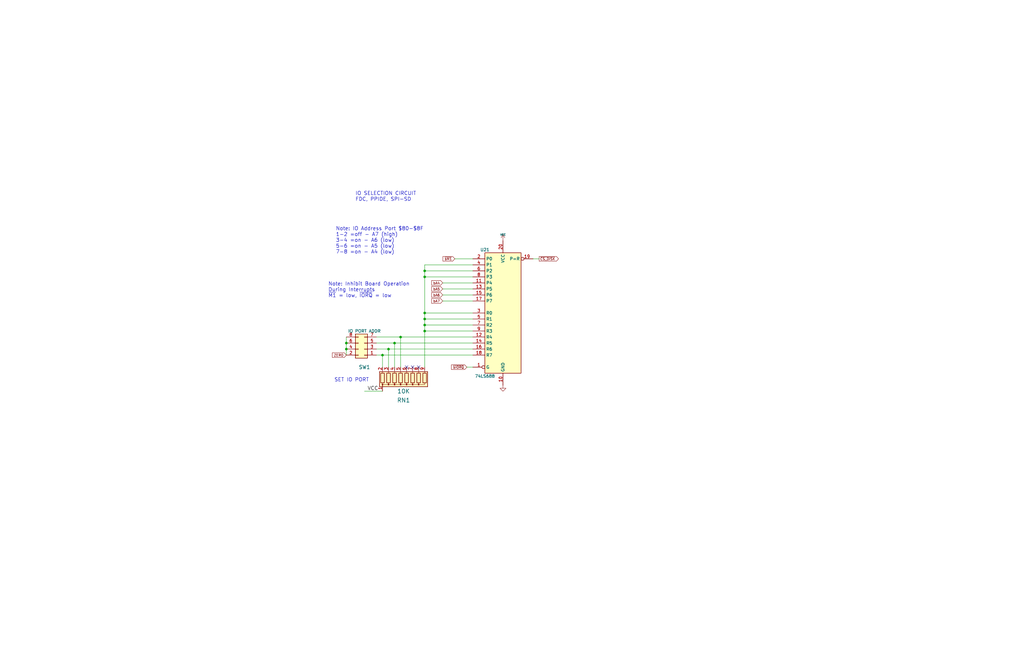
<source format=kicad_sch>
(kicad_sch (version 20211123) (generator eeschema)
  (paper "B")
  (lib_symbols
    (symbol "74xx:74LS688"
      (property "Reference" "U" (at -7.62 26.67 0))
      (property "Value" "74LS688" (at -7.62 -26.67 0))
      (symbol "74LS688_1_0"
        (pin input inverted (at -12.7 -22.86 0) (length 5.08) (name "G") (number "1"))
        (pin power_in line (at 0 -30.48 90) (length 5.08) (name "GND") (number "10"))
        (pin input line (at -12.7 12.7 0) (length 5.08) (name "P4") (number "11"))
        (pin input line (at -12.7 -10.16 0) (length 5.08) (name "R4") (number "12"))
        (pin input line (at -12.7 10.16 0) (length 5.08) (name "P5") (number "13"))
        (pin input line (at -12.7 -12.7 0) (length 5.08) (name "R5") (number "14"))
        (pin input line (at -12.7 7.62 0) (length 5.08) (name "P6") (number "15"))
        (pin input line (at -12.7 -15.24 0) (length 5.08) (name "R6") (number "16"))
        (pin input line (at -12.7 5.08 0) (length 5.08) (name "P7") (number "17"))
        (pin input line (at -12.7 -17.78 0) (length 5.08) (name "R7") (number "18"))
        (pin output inverted (at 12.7 22.86 180) (length 5.08) (name "P=R") (number "19"))
        (pin input line (at -12.7 22.86 0) (length 5.08) (name "P0") (number "2"))
        (pin power_in line (at 0 30.48 270) (length 5.08) (name "VCC") (number "20"))
        (pin input line (at -12.7 0 0) (length 5.08) (name "R0") (number "3"))
        (pin input line (at -12.7 20.32 0) (length 5.08) (name "P1") (number "4"))
        (pin input line (at -12.7 -2.54 0) (length 5.08) (name "R1") (number "5"))
        (pin input line (at -12.7 17.78 0) (length 5.08) (name "P2") (number "6"))
        (pin input line (at -12.7 -5.08 0) (length 5.08) (name "R2") (number "7"))
        (pin input line (at -12.7 15.24 0) (length 5.08) (name "P3") (number "8"))
        (pin input line (at -12.7 -7.62 0) (length 5.08) (name "R3") (number "9"))
      )
      (symbol "74LS688_1_1"
        (rectangle (start -7.62 25.4) (end 7.62 -25.4) (stroke (width 0.254)) (fill (type background)))
      )
    )
    (symbol "Connector_Generic:Conn_02x04_Odd_Even" (pin_names (offset 1.016) hide)
      (property "Reference" "J" (at 1.27 5.08 0))
      (property "Value" "Conn_02x04_Odd_Even" (at 1.27 -7.62 0))
      (symbol "Conn_02x04_Odd_Even_1_1"
        (rectangle (start -1.27 -4.953) (end 0 -5.207) (stroke (width 0.1524)))
        (rectangle (start -1.27 -2.413) (end 0 -2.667) (stroke (width 0.1524)))
        (rectangle (start -1.27 0.127) (end 0 -0.127) (stroke (width 0.1524)))
        (rectangle (start -1.27 2.667) (end 0 2.413) (stroke (width 0.1524)))
        (rectangle (start -1.27 3.81) (end 3.81 -6.35) (stroke (width 0.254)) (fill (type background)))
        (rectangle (start 3.81 -4.953) (end 2.54 -5.207) (stroke (width 0.1524)))
        (rectangle (start 3.81 -2.413) (end 2.54 -2.667) (stroke (width 0.1524)))
        (rectangle (start 3.81 0.127) (end 2.54 -0.127) (stroke (width 0.1524)))
        (rectangle (start 3.81 2.667) (end 2.54 2.413) (stroke (width 0.1524)))
        (pin passive line (at -5.08 2.54 0) (length 3.81) (name "Pin_1") (number "1"))
        (pin passive line (at 7.62 2.54 180) (length 3.81) (name "Pin_2") (number "2"))
        (pin passive line (at -5.08 0 0) (length 3.81) (name "Pin_3") (number "3"))
        (pin passive line (at 7.62 0 180) (length 3.81) (name "Pin_4") (number "4"))
        (pin passive line (at -5.08 -2.54 0) (length 3.81) (name "Pin_5") (number "5"))
        (pin passive line (at 7.62 -2.54 180) (length 3.81) (name "Pin_6") (number "6"))
        (pin passive line (at -5.08 -5.08 0) (length 3.81) (name "Pin_7") (number "7"))
        (pin passive line (at 7.62 -5.08 180) (length 3.81) (name "Pin_8") (number "8"))
      )
    )
    (symbol "Device:R_Network08" (pin_names (offset 0) hide)
      (property "Reference" "RN" (at -12.7 0 90))
      (property "Value" "R_Network08" (at 10.16 0 90))
      (symbol "R_Network08_0_1"
        (rectangle (start -11.43 -3.175) (end 8.89 3.175) (stroke (width 0.254)) (fill (type background)))
        (rectangle (start -10.922 1.524) (end -9.398 -2.54) (stroke (width 0.254)))
        (circle (center -10.16 2.286) (radius 0.254) (fill (type outline)))
        (rectangle (start -8.382 1.524) (end -6.858 -2.54) (stroke (width 0.254)))
        (circle (center -7.62 2.286) (radius 0.254) (fill (type outline)))
        (rectangle (start -5.842 1.524) (end -4.318 -2.54) (stroke (width 0.254)))
        (circle (center -5.08 2.286) (radius 0.254) (fill (type outline)))
        (rectangle (start -3.302 1.524) (end -1.778 -2.54) (stroke (width 0.254)))
        (circle (center -2.54 2.286) (radius 0.254) (fill (type outline)))
        (rectangle (start -0.762 1.524) (end 0.762 -2.54) (stroke (width 0.254)))
        (polyline (pts (xy -10.16 -2.54) (xy -10.16 -3.81)))
        (polyline (pts (xy -7.62 -2.54) (xy -7.62 -3.81)))
        (polyline (pts (xy -5.08 -2.54) (xy -5.08 -3.81)))
        (polyline (pts (xy -2.54 -2.54) (xy -2.54 -3.81)))
        (polyline (pts (xy 0 -2.54) (xy 0 -3.81)))
        (polyline (pts (xy 2.54 -2.54) (xy 2.54 -3.81)))
        (polyline (pts (xy 5.08 -2.54) (xy 5.08 -3.81)))
        (polyline (pts (xy 7.62 -2.54) (xy 7.62 -3.81)))
        (polyline (pts (xy -10.16 1.524) (xy -10.16 2.286) (xy -7.62 2.286) (xy -7.62 1.524)))
        (polyline (pts (xy -7.62 1.524) (xy -7.62 2.286) (xy -5.08 2.286) (xy -5.08 1.524)))
        (polyline (pts (xy -5.08 1.524) (xy -5.08 2.286) (xy -2.54 2.286) (xy -2.54 1.524)))
        (polyline (pts (xy -2.54 1.524) (xy -2.54 2.286) (xy 0 2.286) (xy 0 1.524)))
        (polyline (pts (xy 0 1.524) (xy 0 2.286) (xy 2.54 2.286) (xy 2.54 1.524)))
        (polyline (pts (xy 2.54 1.524) (xy 2.54 2.286) (xy 5.08 2.286) (xy 5.08 1.524)))
        (polyline (pts (xy 5.08 1.524) (xy 5.08 2.286) (xy 7.62 2.286) (xy 7.62 1.524)))
        (circle (center 0 2.286) (radius 0.254) (fill (type outline)))
        (rectangle (start 1.778 1.524) (end 3.302 -2.54) (stroke (width 0.254)))
        (circle (center 2.54 2.286) (radius 0.254) (fill (type outline)))
        (rectangle (start 4.318 1.524) (end 5.842 -2.54) (stroke (width 0.254)))
        (circle (center 5.08 2.286) (radius 0.254) (fill (type outline)))
        (rectangle (start 6.858 1.524) (end 8.382 -2.54) (stroke (width 0.254)))
      )
      (symbol "R_Network08_1_1"
        (pin passive line (at -10.16 5.08 270) (length 2.54) (name "common") (number "1"))
        (pin passive line (at -10.16 -5.08 90) (length 1.27) (name "R1") (number "2"))
        (pin passive line (at -7.62 -5.08 90) (length 1.27) (name "R2") (number "3"))
        (pin passive line (at -5.08 -5.08 90) (length 1.27) (name "R3") (number "4"))
        (pin passive line (at -2.54 -5.08 90) (length 1.27) (name "R4") (number "5"))
        (pin passive line (at 0 -5.08 90) (length 1.27) (name "R5") (number "6"))
        (pin passive line (at 2.54 -5.08 90) (length 1.27) (name "R6") (number "7"))
        (pin passive line (at 5.08 -5.08 90) (length 1.27) (name "R7") (number "8"))
        (pin passive line (at 7.62 -5.08 90) (length 1.27) (name "R8") (number "9"))
      )
    )
    (symbol "power:GND" (power) (pin_names (offset 0))
      (property "Value" "GND" (at 0 -3.81 0))
      (symbol "GND_0_1"
        (polyline (pts (xy 0 0) (xy 0 -1.27) (xy 1.27 -1.27) (xy 0 -2.54) (xy -1.27 -1.27) (xy 0 -1.27)))
      )
      (symbol "GND_1_1"
        (pin power_in line (at 0 0 270) (length 0) hide (name "GND") (number "1"))
      )
    )
    (symbol "power:VCC" (power) (pin_names (offset 0))
      (property "Value" "VCC" (at 0 3.81 0))
      (symbol "VCC_0_1"
        (polyline (pts (xy -0.762 1.27) (xy 0 2.54)))
        (polyline (pts (xy 0 0) (xy 0 2.54)))
        (polyline (pts (xy 0 2.54) (xy 0.762 1.27)))
      )
      (symbol "VCC_1_1"
        (pin power_in line (at 0 0 90) (length 0) hide (name "VCC") (number "1"))
      )
    )
  )
  (junction (at 146.05 147.32))
  (junction (at 179.07 116.84))
  (junction (at 179.07 134.62))
  (junction (at 163.83 147.32))
  (junction (at 179.07 132.08))
  (junction (at 166.37 144.78))
  (junction (at 161.29 149.86))
  (junction (at 146.05 144.78))
  (junction (at 179.07 139.7))
  (junction (at 179.07 137.16))
  (junction (at 179.07 114.3))
  (junction (at 168.91 142.24))
  (no_connect (at 173.99 154.94))
  (no_connect (at 171.45 154.94))
  (no_connect (at 176.53 154.94))
  (wire (pts (xy 191.77 109.22) (xy 199.39 109.22)))
  (wire (pts (xy 179.07 139.7) (xy 179.07 154.94)))
  (wire (pts (xy 146.05 142.24) (xy 146.05 144.78)))
  (wire (pts (xy 166.37 144.78) (xy 199.39 144.78)))
  (wire (pts (xy 158.75 147.32) (xy 163.83 147.32)))
  (wire (pts (xy 199.39 139.7) (xy 179.07 139.7)))
  (wire (pts (xy 161.29 154.94) (xy 161.29 149.86)))
  (wire (pts (xy 163.83 147.32) (xy 199.39 147.32)))
  (wire (pts (xy 224.79 109.22) (xy 227.33 109.22)))
  (wire (pts (xy 199.39 111.76) (xy 179.07 111.76)))
  (wire (pts (xy 146.05 147.32) (xy 146.05 149.86)))
  (wire (pts (xy 168.91 154.94) (xy 168.91 142.24)))
  (wire (pts (xy 179.07 137.16) (xy 199.39 137.16)))
  (wire (pts (xy 179.07 132.08) (xy 199.39 132.08)))
  (wire (pts (xy 161.29 149.86) (xy 199.39 149.86)))
  (wire (pts (xy 186.69 124.46) (xy 199.39 124.46)))
  (wire (pts (xy 153.67 165.1) (xy 161.29 165.1)))
  (wire (pts (xy 179.07 116.84) (xy 179.07 132.08)))
  (wire (pts (xy 179.07 116.84) (xy 199.39 116.84)))
  (wire (pts (xy 158.75 142.24) (xy 168.91 142.24)))
  (wire (pts (xy 179.07 137.16) (xy 179.07 134.62)))
  (wire (pts (xy 146.05 144.78) (xy 146.05 147.32)))
  (wire (pts (xy 179.07 114.3) (xy 179.07 116.84)))
  (wire (pts (xy 158.75 144.78) (xy 166.37 144.78)))
  (wire (pts (xy 179.07 137.16) (xy 179.07 139.7)))
  (wire (pts (xy 179.07 111.76) (xy 179.07 114.3)))
  (wire (pts (xy 166.37 154.94) (xy 166.37 144.78)))
  (wire (pts (xy 179.07 134.62) (xy 179.07 132.08)))
  (wire (pts (xy 186.69 119.38) (xy 199.39 119.38)))
  (wire (pts (xy 179.07 114.3) (xy 199.39 114.3)))
  (wire (pts (xy 186.69 121.92) (xy 199.39 121.92)))
  (wire (pts (xy 186.69 127) (xy 199.39 127)))
  (wire (pts (xy 163.83 154.94) (xy 163.83 147.32)))
  (wire (pts (xy 179.07 134.62) (xy 199.39 134.62)))
  (wire (pts (xy 168.91 142.24) (xy 199.39 142.24)))
  (wire (pts (xy 199.39 154.94) (xy 196.85 154.94)))
  (wire (pts (xy 158.75 149.86) (xy 161.29 149.86)))
  (text "SET IO PORT" (at 140.97 161.29 0) (effects (font (size 1.524 1.524)) (justify left bottom)))
  (text "Note: IO Address Port $80-$8F\n1-2 =off - A7 (high)\n3-4 =on - A6 (low)\n5-6 =on - A5 (low)\n7-8 =on - A4 (low)" (at 141.605 107.315 0) (effects (font (size 1.524 1.524)) (justify left bottom)))
  (text "IO SELECTION CIRCUIT\nFDC, PPIDE, SPI-SD" (at 149.86 85.09 0) (effects (font (size 1.524 1.524)) (justify left bottom)))
  (text "Note: Inhibit Board Operation\nDuring Interrupts\n~{M1} = low, ~{IORQ} = low" (at 138.43 125.73 0) (effects (font (size 1.524 1.524)) (justify left bottom)))
  (label "VCC" (at 154.94 165.1 0) (effects (font (size 1.524 1.524))))
  (global_label "~{CS_DISK}" (shape output) (at 227.33 109.22 0) (effects (font (size 1.016 1.016))) (property "Intersheet References" "${INTERSHEET_REFS}" (effects hide)))
  (global_label "bA4" (shape input) (at 186.69 119.38 180) (effects (font (size 1.016 1.016))) (property "Intersheet References" "${INTERSHEET_REFS}" (effects hide)))
  (global_label "bA6" (shape input) (at 186.69 124.46 180) (effects (font (size 1.016 1.016))) (property "Intersheet References" "${INTERSHEET_REFS}" (effects hide)))
  (global_label "~{bIORQ}" (shape input) (at 196.85 154.94 180) (effects (font (size 1.016 1.016))) (property "Intersheet References" "${INTERSHEET_REFS}" (effects hide)))
  (global_label "ZERO" (shape input) (at 146.05 149.86 180) (effects (font (size 1.016 1.016))) (property "Intersheet References" "${INTERSHEET_REFS}" (effects hide)))
  (global_label "bA5" (shape input) (at 186.69 121.92 180) (effects (font (size 1.016 1.016))) (property "Intersheet References" "${INTERSHEET_REFS}" (effects hide)))
  (global_label "bA7" (shape input) (at 186.69 127 180) (effects (font (size 1.016 1.016))) (property "Intersheet References" "${INTERSHEET_REFS}" (effects hide)))
  (global_label "~{bM1}" (shape input) (at 191.77 109.22 180) (effects (font (size 1.016 1.016))) (property "Intersheet References" "${INTERSHEET_REFS}" (effects hide)))
  (symbol (lib_id "Connector_Generic:Conn_02x04_Odd_Even") (at 153.67 147.32 180) (unit 1)
    (property "Reference" "SW1" (at 153.67 154.94 0) (effects (font (size 1.524 1.524))))
    (property "Value" "IO PORT ADDR" (at 153.67 139.7 0))
    (property "Footprint" "Connector_PinHeader_2.54mm:PinHeader_2x04_P2.54mm_Vertical" (effects hide))
  )
  (symbol (lib_id "power:VCC") (at 212.09 101.6 0) (unit 1)
    (property "Reference" "#PWR059" (effects hide))
    (property "Value" "VCC" (at 212.09 99.06 0) (effects (font (size 0.762 0.762))))
  )
  (symbol (lib_id "74xx:74LS688") (at 212.09 132.08 0) (unit 1)
    (property "Reference" "U21" (at 204.47 105.41 0))
    (property "Value" "74LS688" (at 204.47 158.75 0))
    (property "Footprint" "Package_DIP:DIP-20_W7.62mm" (effects hide))
    (property "Datasheet" "http://www.ti.com/lit/gpn/sn74LS688" (effects hide))
  )
  (symbol (lib_id "Device:R_Network08") (at 171.45 160.02 0) (mirror x) (unit 1)
    (property "Reference" "RN1" (at 170.18 168.91 0) (effects (font (size 1.778 1.778))))
    (property "Value" "10K" (at 170.18 165.1 0) (effects (font (size 1.778 1.778))))
    (property "Footprint" "Resistor_THT:R_Array_SIP9" (effects hide))
    (property "Datasheet" "http://www.vishay.com/docs/31509/csc.pdf" (effects hide))
  )
  (symbol (lib_id "power:GND") (at 212.09 162.56 0) (unit 1)
    (property "Reference" "#PWR060" (effects hide))
    (property "Value" "GND" (effects hide))
  )
)
</source>
